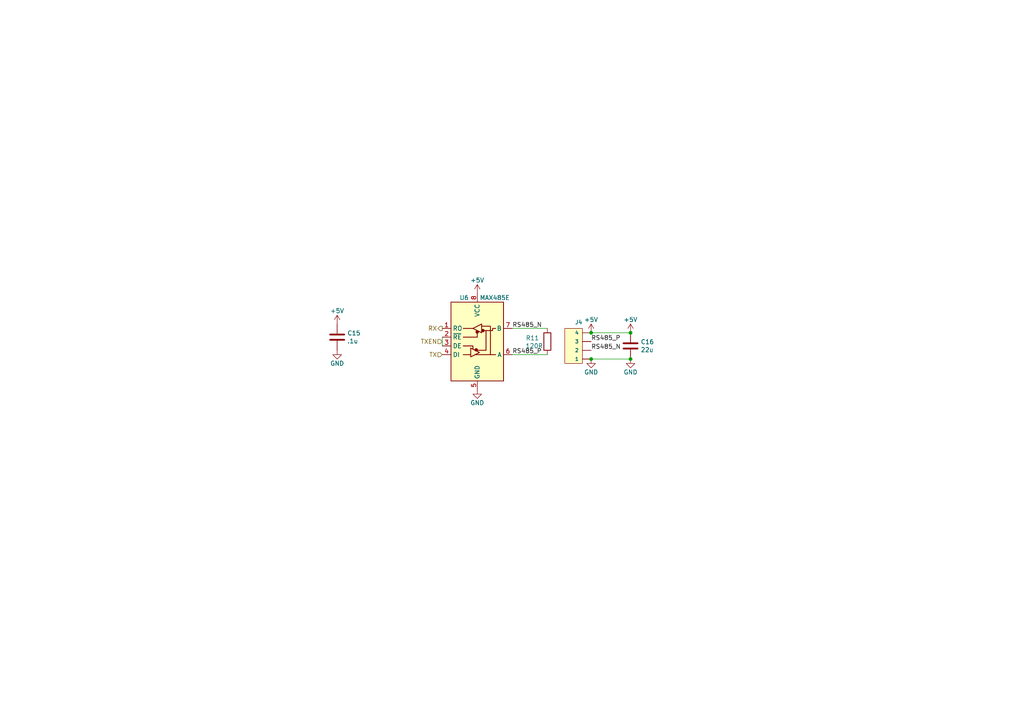
<source format=kicad_sch>
(kicad_sch (version 20211123) (generator eeschema)
  (paper "A4")
  (lib_symbols
    (symbol "AbsoluteEncoderBoard-rescue:CONN_04JST-PTH-SparkFun-Connectors" (pin_numbers hide) (pin_names (offset 1.016))
      (property "Reference" "J" (at -5.08 10.16 0))
      (property "Value" "CONN_04JST-PTH-SparkFun-Connectors" (at -5.08 -3.81 0))
      (property "Field4" "WIRE-13531" (at 0 13.97 0))
      (symbol "CONN_04JST-PTH-SparkFun-Connectors_0_1"
        (rectangle (start 0 -1.27) (end -5.08 8.89) (fill (type background)))
      )
      (symbol "CONN_04JST-PTH-SparkFun-Connectors_1_1"
        (pin passive line (at 2.54 0 180) (length 2.54) (name "1") (number "1"))
        (pin passive line (at 2.54 2.54 180) (length 2.54) (name "2") (number "2"))
        (pin passive line (at 2.54 5.08 180) (length 2.54) (name "3") (number "3"))
        (pin passive line (at 2.54 7.62 180) (length 2.54) (name "4") (number "4"))
      )
    )
    (symbol "Device:C" (pin_numbers hide) (pin_names (offset 0.254))
      (property "Reference" "C" (at 0.635 2.54 0))
      (property "Value" "C" (at 0.635 -2.54 0))
      (symbol "C_0_1"
        (polyline (pts (xy -2.032 -0.762) (xy 2.032 -0.762)) (stroke (width 0.508)))
        (polyline (pts (xy -2.032 0.762) (xy 2.032 0.762)) (stroke (width 0.508)))
      )
      (symbol "C_1_1"
        (pin passive line (at 0 3.81 270) (length 2.794) (name "~") (number "1"))
        (pin passive line (at 0 -3.81 90) (length 2.794) (name "~") (number "2"))
      )
    )
    (symbol "Device:R" (pin_numbers hide) (pin_names (offset 0))
      (property "Reference" "R" (at 2.032 0 90))
      (property "Value" "R" (at 0 0 90))
      (symbol "R_0_1"
        (rectangle (start -1.016 -2.54) (end 1.016 2.54) (stroke (width 0.254)))
      )
      (symbol "R_1_1"
        (pin passive line (at 0 3.81 270) (length 1.27) (name "~") (number "1"))
        (pin passive line (at 0 -3.81 90) (length 1.27) (name "~") (number "2"))
      )
    )
    (symbol "Interface_UART:MAX485E"
      (property "Reference" "U" (at -6.096 11.43 0))
      (property "Value" "MAX485E" (at 0.762 11.43 0))
      (symbol "MAX485E_0_1"
        (rectangle (start -7.62 10.16) (end 7.62 -12.7) (stroke (width 0.254)) (fill (type background)))
        (circle (center -0.3048 -3.683) (radius 0.3556) (stroke (width 0.254)) (fill (type outline)))
        (circle (center -0.0254 1.4986) (radius 0.3556) (stroke (width 0.254)) (fill (type outline)))
        (polyline (pts (xy -4.064 -5.08) (xy -1.905 -5.08)) (stroke (width 0.254)))
        (polyline (pts (xy -4.064 2.54) (xy -1.27 2.54)) (stroke (width 0.254)))
        (polyline (pts (xy -1.27 -3.2004) (xy -1.27 -3.4544)) (stroke (width 0.254)))
        (polyline (pts (xy -0.635 -5.08) (xy 5.334 -5.08)) (stroke (width 0.254)))
        (polyline (pts (xy -4.064 -2.54) (xy -1.27 -2.54) (xy -1.27 -3.175)) (stroke (width 0.254)))
        (polyline (pts (xy 0 1.27) (xy 0 0) (xy -4.064 0)) (stroke (width 0.254)))
        (polyline (pts (xy 1.27 3.175) (xy 3.81 3.175) (xy 3.81 -5.08)) (stroke (width 0.254)))
        (polyline (pts (xy 2.54 1.905) (xy 2.54 -3.81) (xy 0 -3.81)) (stroke (width 0.254)))
        (polyline (pts (xy -1.905 -3.175) (xy -1.905 -5.715) (xy 0.635 -4.445) (xy -1.905 -3.175)) (stroke (width 0.254)))
        (polyline (pts (xy -1.27 2.54) (xy 1.27 3.81) (xy 1.27 1.27) (xy -1.27 2.54)) (stroke (width 0.254)))
        (polyline (pts (xy 1.905 1.905) (xy 4.445 1.905) (xy 4.445 2.54) (xy 5.334 2.54)) (stroke (width 0.254)))
        (rectangle (start 1.27 3.175) (end 1.27 3.175))
        (circle (center 1.651 1.905) (radius 0.3556) (stroke (width 0.254)) (fill (type outline)))
      )
      (symbol "MAX485E_1_1"
        (pin output line (at -10.16 2.54 0) (length 2.54) (name "RO") (number "1"))
        (pin input line (at -10.16 0 0) (length 2.54) (name "~{RE}") (number "2"))
        (pin input line (at -10.16 -2.54 0) (length 2.54) (name "DE") (number "3"))
        (pin input line (at -10.16 -5.08 0) (length 2.54) (name "DI") (number "4"))
        (pin power_in line (at 0 -15.24 90) (length 2.54) (name "GND") (number "5"))
        (pin bidirectional line (at 10.16 -5.08 180) (length 2.54) (name "A") (number "6"))
        (pin bidirectional line (at 10.16 2.54 180) (length 2.54) (name "B") (number "7"))
        (pin power_in line (at 0 12.7 270) (length 2.54) (name "VCC") (number "8"))
      )
    )
    (symbol "power:+5V" (power) (pin_names (offset 0))
      (property "Value" "+5V" (at 0 3.556 0))
      (symbol "+5V_0_1"
        (polyline (pts (xy -0.762 1.27) (xy 0 2.54)))
        (polyline (pts (xy 0 0) (xy 0 2.54)))
        (polyline (pts (xy 0 2.54) (xy 0.762 1.27)))
      )
      (symbol "+5V_1_1"
        (pin power_in line (at 0 0 90) (length 0) hide (name "+5V") (number "1"))
      )
    )
    (symbol "power:GND" (power) (pin_names (offset 0))
      (property "Value" "GND" (at 0 -3.81 0))
      (symbol "GND_0_1"
        (polyline (pts (xy 0 0) (xy 0 -1.27) (xy 1.27 -1.27) (xy 0 -2.54) (xy -1.27 -1.27) (xy 0 -1.27)))
      )
      (symbol "GND_1_1"
        (pin power_in line (at 0 0 270) (length 0) hide (name "GND") (number "1"))
      )
    )
  )
  (junction (at 182.88 104.14))
  (junction (at 171.45 96.52))
  (junction (at 171.45 104.14))
  (junction (at 182.88 96.52))
  (wire (pts (xy 171.45 104.14) (xy 182.88 104.14)))
  (wire (pts (xy 148.59 102.87) (xy 158.75 102.87)))
  (wire (pts (xy 128.27 97.79) (xy 128.27 100.33)))
  (wire (pts (xy 148.59 95.25) (xy 158.75 95.25)))
  (wire (pts (xy 171.45 96.52) (xy 182.88 96.52)))
  (label "RS485_P" (at 171.45 99.06 0))
  (label "RS485_N" (at 148.59 95.25 0))
  (label "RS485_P" (at 148.59 102.87 0))
  (label "RS485_N" (at 171.45 101.6 0))
  (hierarchical_label "TX" (shape input) (at 128.27 102.87 180))
  (hierarchical_label "TXEN" (shape input) (at 128.27 99.06 180))
  (hierarchical_label "RX" (shape output) (at 128.27 95.25 180))
  (symbol (lib_id "power:GND") (at 138.43 113.03 0)
    (property "Reference" "#PWR034" (effects hide))
    (property "Value" "GND" (at 138.43 116.84 0))
  )
  (symbol (lib_id "Device:C") (at 97.79 97.79 0)
    (property "Reference" "C15" (at 100.711 96.6216 0) (effects (justify left)))
    (property "Value" ".1u" (at 100.711 98.933 0) (effects (justify left)))
    (property "Footprint" "Capacitor_SMD:C_0402_1005Metric" (effects hide))
  )
  (symbol (lib_id "power:GND") (at 97.79 101.6 0)
    (property "Reference" "#PWR032" (effects hide))
    (property "Value" "GND" (at 97.79 105.41 0))
  )
  (symbol (lib_id "power:+5V") (at 138.43 85.09 0)
    (property "Reference" "#PWR033" (effects hide))
    (property "Value" "+5V" (at 138.43 81.28 0))
  )
  (symbol (lib_id "power:+5V") (at 97.79 93.98 0)
    (property "Reference" "#PWR031" (effects hide))
    (property "Value" "+5V" (at 97.79 90.17 0))
  )
  (symbol (lib_id "Interface_UART:MAX485E") (at 138.43 97.79 0)
    (property "Reference" "U6" (at 134.62 86.36 0))
    (property "Value" "MAX485E" (at 143.51 86.36 0))
    (property "Footprint" "Package_SO:SO-8_3.9x4.9mm_P1.27mm" (effects hide))
    (property "Datasheet" "https://datasheets.maximintegrated.com/en/ds/MAX1487E-MAX491E.pdf" (effects hide))
  )
  (symbol (lib_id "AbsoluteEncoderBoard-rescue:CONN_04JST-PTH-SparkFun-Connectors") (at 168.91 104.14 0)
    (property "Reference" "J4" (at 167.8432 93.472 0) (effects (font (size 1.143 1.143))))
    (property "Value" "CONN_04JST-PTH" (effects hide))
    (property "Footprint" "Connector_JST:JST_PH_B4B-PH-K_1x04_P2.00mm_Vertical" (effects hide))
    (property "Field4" "WIRE-13531" (effects hide))
  )
  (symbol (lib_id "power:+5V") (at 171.45 96.52 0)
    (property "Reference" "#PWR035" (effects hide))
    (property "Value" "+5V" (at 171.45 92.71 0))
  )
  (symbol (lib_id "power:GND") (at 171.45 104.14 0)
    (property "Reference" "#PWR036" (effects hide))
    (property "Value" "GND" (at 171.45 107.95 0))
  )
  (symbol (lib_id "Device:R") (at 158.75 99.06 180)
    (property "Reference" "R11" (at 154.432 98.044 0))
    (property "Value" "120R" (at 154.94 100.33 0))
    (property "Footprint" "Resistor_SMD:R_0603_1608Metric" (effects hide))
  )
  (symbol (lib_id "Device:C") (at 182.88 100.33 0)
    (property "Reference" "C16" (at 185.801 99.1616 0) (effects (justify left)))
    (property "Value" "22u" (at 185.801 101.473 0) (effects (justify left)))
    (property "Footprint" "Capacitor_SMD:C_0805_2012Metric" (effects hide))
  )
  (symbol (lib_id "power:GND") (at 182.88 104.14 0)
    (property "Reference" "#PWR038" (effects hide))
    (property "Value" "GND" (at 182.88 107.95 0))
  )
  (symbol (lib_id "power:+5V") (at 182.88 96.52 0)
    (property "Reference" "#PWR037" (effects hide))
    (property "Value" "+5V" (at 182.88 92.71 0))
  )
)
</source>
